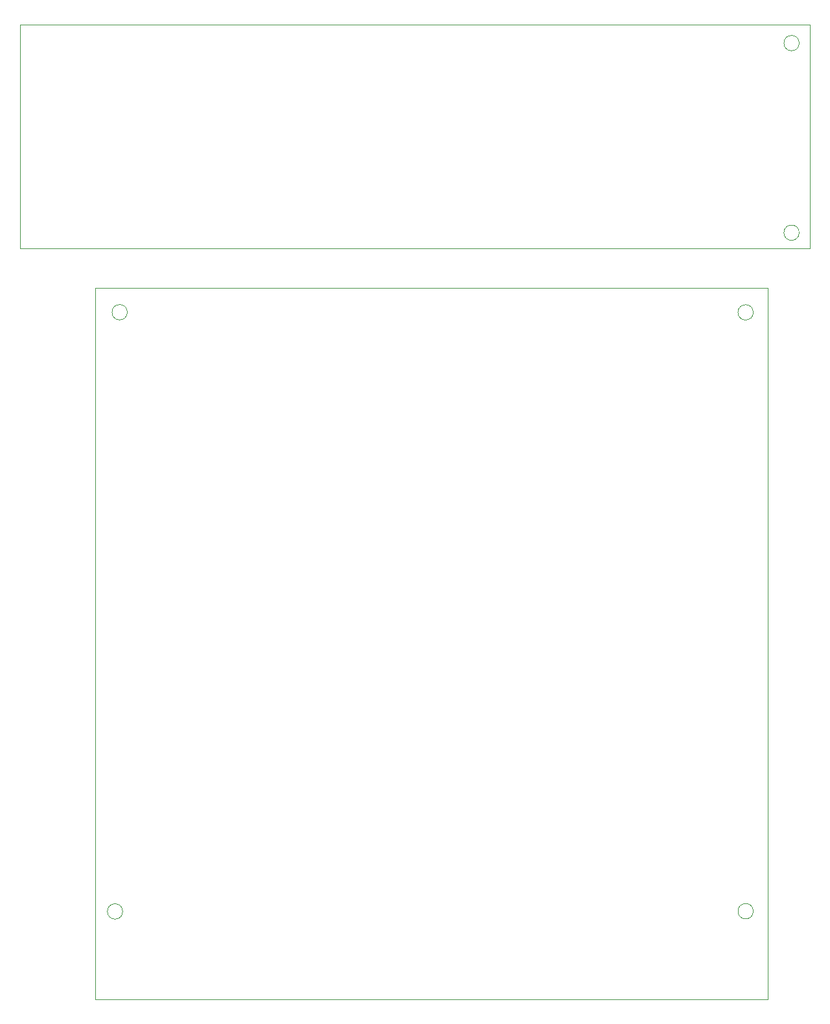
<source format=gbr>
%TF.GenerationSoftware,KiCad,Pcbnew,9.0.4*%
%TF.CreationDate,2025-11-10T11:10:46+05:30*%
%TF.ProjectId,BikeSSv3,42696b65-5353-4763-932e-6b696361645f,rev?*%
%TF.SameCoordinates,Original*%
%TF.FileFunction,Profile,NP*%
%FSLAX46Y46*%
G04 Gerber Fmt 4.6, Leading zero omitted, Abs format (unit mm)*
G04 Created by KiCad (PCBNEW 9.0.4) date 2025-11-10 11:10:46*
%MOMM*%
%LPD*%
G01*
G04 APERTURE LIST*
%TA.AperFunction,Profile*%
%ADD10C,0.050000*%
%TD*%
G04 APERTURE END LIST*
D10*
X282000000Y-63000000D02*
G75*
G02*
X280000000Y-63000000I-1000000J0D01*
G01*
X280000000Y-63000000D02*
G75*
G02*
X282000000Y-63000000I1000000J0D01*
G01*
X276000000Y-151585786D02*
G75*
G02*
X274000000Y-151585786I-1000000J0D01*
G01*
X274000000Y-151585786D02*
G75*
G02*
X276000000Y-151585786I1000000J0D01*
G01*
X193600000Y-151614214D02*
G75*
G02*
X191600000Y-151614214I-1000000J0D01*
G01*
X191600000Y-151614214D02*
G75*
G02*
X193600000Y-151614214I1000000J0D01*
G01*
X189980000Y-70205000D02*
X277880000Y-70205000D01*
X277880000Y-163100000D01*
X189980000Y-163100000D01*
X189980000Y-70205000D01*
X282000000Y-38250000D02*
G75*
G02*
X280000000Y-38250000I-1000000J0D01*
G01*
X280000000Y-38250000D02*
G75*
G02*
X282000000Y-38250000I1000000J0D01*
G01*
X276000000Y-73400000D02*
G75*
G02*
X274000000Y-73400000I-1000000J0D01*
G01*
X274000000Y-73400000D02*
G75*
G02*
X276000000Y-73400000I1000000J0D01*
G01*
X194200000Y-73385786D02*
G75*
G02*
X192200000Y-73385786I-1000000J0D01*
G01*
X192200000Y-73385786D02*
G75*
G02*
X194200000Y-73385786I1000000J0D01*
G01*
X180175000Y-35800000D02*
X283425000Y-35800000D01*
X283425000Y-65050000D01*
X180175000Y-65050000D01*
X180175000Y-35800000D01*
M02*

</source>
